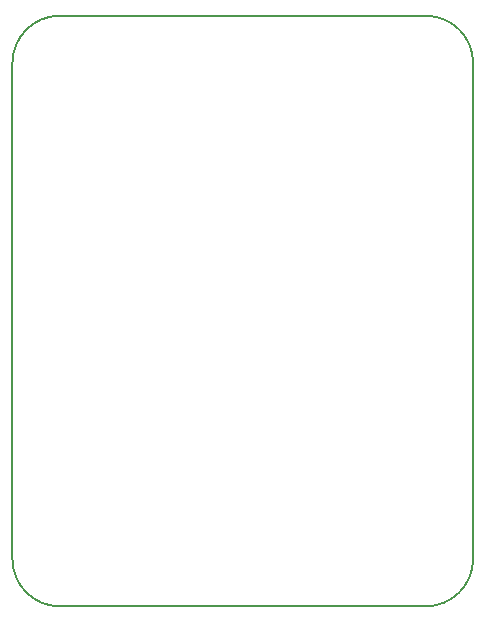
<source format=gbr>
G04 #@! TF.GenerationSoftware,KiCad,Pcbnew,(5.1.0)-1*
G04 #@! TF.CreationDate,2020-02-18T23:46:36-06:00*
G04 #@! TF.ProjectId,USBMuxV1,5553424d-7578-4563-912e-6b696361645f,rev?*
G04 #@! TF.SameCoordinates,Original*
G04 #@! TF.FileFunction,Profile,NP*
%FSLAX46Y46*%
G04 Gerber Fmt 4.6, Leading zero omitted, Abs format (unit mm)*
G04 Created by KiCad (PCBNEW (5.1.0)-1) date 2020-02-18 23:46:36*
%MOMM*%
%LPD*%
G04 APERTURE LIST*
%ADD10C,0.150000*%
G04 APERTURE END LIST*
D10*
X149000000Y-135000000D02*
G75*
G02X145000000Y-139000000I-4000000J0D01*
G01*
X114000000Y-139000000D02*
G75*
G02X110000000Y-135000000I0J4000000D01*
G01*
X145000000Y-89000000D02*
G75*
G02X149000000Y-93000000I0J-4000000D01*
G01*
X110000000Y-93000000D02*
G75*
G02X114000000Y-89000000I4000000J0D01*
G01*
X145000000Y-89000000D02*
X114000000Y-89000000D01*
X149000000Y-135000000D02*
X149000000Y-93000000D01*
X114000000Y-139000000D02*
X145000000Y-139000000D01*
X110000000Y-93000000D02*
X110000000Y-135000000D01*
M02*

</source>
